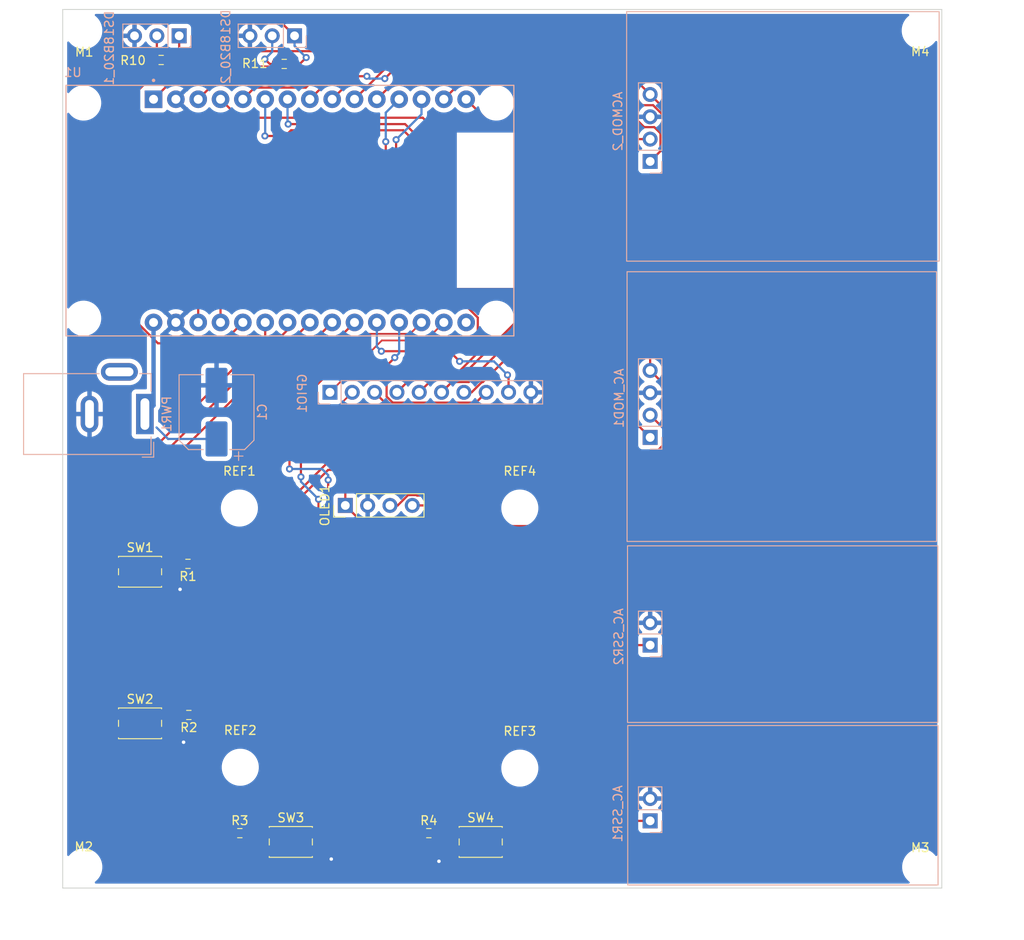
<source format=kicad_pcb>
(kicad_pcb (version 20211014) (generator pcbnew)
  (layers (0 "F.Cu" signal) (31 "B.Cu" signal) (34 "B.Paste" user) (35 "F.Paste" user) (36 "B.SilkS" user "B.Silkscreen") (37 "F.SilkS" user "F.Silkscreen") (38 "B.Mask" user) (39 "F.Mask" user) (44 "Edge.Cuts" user))
  (net 0 "")
  (net 1 "+3V3")
  (net 2 "/switch1")
  (net 3 "/switch2")
  (net 4 "/switch3")
  (net 5 "/switch4")
  (net 6 "/thermPWR1")
  (net 7 "/thermD1")
  (net 8 "GND")
  (net 9 "/SCL")
  (net 10 "/SDA")
  (net 12 "/dimmer1")
  (net 13 "/ZC_INT_1")
  (net 14 "/dimmer0")
  (net 15 "/ZC_INT_0")
  (net 16 "/SSR0")
  (net 17 "/SSR1")
  (net 18 "Net-(PWR1-Pad1)")
  (net 19 "/thermD0")
  (net 20 "/thermPWR0")
  (net 21 "/VP")
  (net 22 "/VN")
  (net 23 "/D2")
  (net 24 "/RX0")
  (net 25 "/TX0")
  (net 26 "/RX2")
  (net 27 "/TX2")
  (net 28 "/D34")
  (net 29 "/D35")
  (footprint "Button_Switch_SMD:SW_SPST_EVQP2" (layer "F.Cu") (at 25.95 94.75)
    (fp_text reference "SW3" (at 0 -2.75) (layer "F.SilkS"))
    (fp_text value "SW_Push")
    (pad "1" smd rect (at -2.58 -1) (size 1.45 0.7) (layers "F.Cu" "F.Paste" "F.Mask") (net 4 "/switch3"))
    (pad "1" smd rect (at 2.58 -1) (size 1.45 0.7) (layers "F.Cu" "F.Paste" "F.Mask") (net 4 "/switch3"))
    (pad "2" smd rect (at 2.58 1) (size 1.45 0.7) (layers "F.Cu" "F.Paste" "F.Mask") (net 8 "GND"))
    (pad "2" smd rect (at -2.58 1) (size 1.45 0.7) (layers "F.Cu" "F.Paste" "F.Mask") (net 8 "GND"))
  )
  (footprint "Button_Switch_SMD:SW_SPST_EVQP2" (layer "F.Cu") (at 8.8 64)
    (fp_text reference "SW1" (at 0 -2.75) (layer "F.SilkS"))
    (fp_text value "SW_Push")
    (pad "1" smd rect (at 2.58 -1) (size 1.45 0.7) (layers "F.Cu" "F.Paste" "F.Mask") (net 2 "/switch1"))
    (pad "1" smd rect (at -2.58 -1) (size 1.45 0.7) (layers "F.Cu" "F.Paste" "F.Mask") (net 2 "/switch1"))
    (pad "2" smd rect (at -2.58 1) (size 1.45 0.7) (layers "F.Cu" "F.Paste" "F.Mask") (net 8 "GND"))
    (pad "2" smd rect (at 2.58 1) (size 1.45 0.7) (layers "F.Cu" "F.Paste" "F.Mask") (net 8 "GND"))
  )
  (footprint "Resistor_SMD:R_0603_1608Metric_Pad0.98x0.95mm_HandSolder" (layer "F.Cu") (at 20.15 93.75)
    (fp_text reference "R3" (at 0 -1.43) (layer "F.SilkS"))
    (fp_text value "10K")
    (pad "1" smd roundrect (at -0.9125 0) (size 0.975 0.95) (layers "F.Cu" "F.Paste" "F.Mask") (net 1 "+3V3"))
    (pad "2" smd roundrect (at 0.9125 0) (size 0.975 0.95) (layers "F.Cu" "F.Paste" "F.Mask") (net 4 "/switch3"))
  )
  (footprint "Resistor_SMD:R_0603_1608Metric_Pad0.98x0.95mm_HandSolder" (layer "F.Cu") (at 25.2 6.2 180)
    (fp_text reference "R11" (at 3.35 0.05) (layer "F.SilkS"))
    (fp_text value "4.7K")
    (pad "1" smd roundrect (at -0.9125 0 180) (size 0.975 0.95) (layers "F.Cu" "F.Paste" "F.Mask") (net 6 "/thermPWR1"))
    (pad "2" smd roundrect (at 0.9125 0 180) (size 0.975 0.95) (layers "F.Cu" "F.Paste" "F.Mask") (net 7 "/thermD1"))
  )
  (footprint "MountingHole:MountingHole_3.2mm_M3" (layer "F.Cu") (at 2.4 97.6)
    (fp_text reference "M2" (at 0 -2.3) (layer "F.SilkS"))
    (fp_text value "MountingHole_3.2mm_M3")
    (pad "" np_thru_hole circle locked (at 0 0) (size 3.2 3.2) (drill 3.2) (layers *.Cu *.Mask))
  )
  (footprint "MountingHole:MountingHole_3.2mm_M3" (layer "F.Cu") (at 97.6 97.6)
    (fp_text reference "M3" (at -0.05 -2.2) (layer "F.SilkS"))
    (fp_text value "MountingHole_3.2mm_M3")
    (pad "" np_thru_hole circle locked (at 0 0) (size 3.2 3.2) (drill 3.2) (layers *.Cu *.Mask))
  )
  (footprint "Resistor_SMD:R_0603_1608Metric_Pad0.98x0.95mm_HandSolder" (layer "F.Cu") (at 11.2 5.75 180)
    (fp_text reference "R10" (at 3.2 -0.05) (layer "F.SilkS"))
    (fp_text value "4.7K")
    (pad "1" smd roundrect (at -0.9125 0 180) (size 0.975 0.95) (layers "F.Cu" "F.Paste" "F.Mask") (net 20 "/thermPWR0"))
    (pad "2" smd roundrect (at 0.9125 0 180) (size 0.975 0.95) (layers "F.Cu" "F.Paste" "F.Mask") (net 19 "/thermD0"))
  )
  (footprint "Button_Switch_SMD:SW_SPST_EVQP2" (layer "F.Cu") (at 47.55 94.75)
    (fp_text reference "SW4" (at 0 -2.75) (layer "F.SilkS"))
    (fp_text value "SW_Push")
    (pad "1" smd rect (at 2.58 -1) (size 1.45 0.7) (layers "F.Cu" "F.Paste" "F.Mask") (net 5 "/switch4"))
    (pad "1" smd rect (at -2.58 -1) (size 1.45 0.7) (layers "F.Cu" "F.Paste" "F.Mask") (net 5 "/switch4"))
    (pad "2" smd rect (at -2.58 1) (size 1.45 0.7) (layers "F.Cu" "F.Paste" "F.Mask") (net 8 "GND"))
    (pad "2" smd rect (at 2.58 1) (size 1.45 0.7) (layers "F.Cu" "F.Paste" "F.Mask") (net 8 "GND"))
  )
  (footprint "MountingHole:MountingHole_3.2mm_M3" (layer "F.Cu") (at 52 86.35)
    (fp_text reference "REF3" (at 0 -4.2) (layer "F.SilkS"))
    (fp_text value "MountingHole_3.2mm_M3")
    (pad "" np_thru_hole circle locked (at 0 0) (size 3.2 3.2) (drill 3.2) (layers *.Cu *.Mask))
  )
  (footprint "MountingHole:MountingHole_3.2mm_M3" (layer "F.Cu") (at 2.4 2.4)
    (fp_text reference "M1" (at 0.05 2.45) (layer "F.SilkS"))
    (fp_text value "MountingHole_3.2mm_M3")
    (pad "" np_thru_hole circle locked (at 0 0) (size 3.2 3.2) (drill 3.2) (layers *.Cu *.Mask))
  )
  (footprint "MountingHole:MountingHole_3.2mm_M3" (layer "F.Cu") (at 20.2 86.25)
    (fp_text reference "REF2" (at 0 -4.2) (layer "F.SilkS"))
    (fp_text value "MountingHole_3.2mm_M3")
    (pad "" np_thru_hole circle locked (at 0 0) (size 3.2 3.2) (drill 3.2) (layers *.Cu *.Mask))
  )
  (footprint "MountingHole:MountingHole_3.2mm_M3" (layer "F.Cu") (at 52 56.75)
    (fp_text reference "REF4" (at 0 -4.2) (layer "F.SilkS"))
    (fp_text value "MountingHole_3.2mm_M3")
    (pad "" np_thru_hole circle locked (at 0 0) (size 3.2 3.2) (drill 3.2) (layers *.Cu *.Mask))
  )
  (footprint "Resistor_SMD:R_0603_1608Metric_Pad0.98x0.95mm_HandSolder" (layer "F.Cu") (at 41.65 93.75)
    (fp_text reference "R4" (at 0 -1.43) (layer "F.SilkS"))
    (fp_text value "10K")
    (pad "1" smd roundrect (at -0.9125 0) (size 0.975 0.95) (layers "F.Cu" "F.Paste" "F.Mask") (net 1 "+3V3"))
    (pad "2" smd roundrect (at 0.9125 0) (size 0.975 0.95) (layers "F.Cu" "F.Paste" "F.Mask") (net 5 "/switch4"))
  )
  (footprint "Button_Switch_SMD:SW_SPST_EVQP2" (layer "F.Cu") (at 8.8 81.25)
    (fp_text reference "SW2" (at 0 -2.75) (layer "F.SilkS"))
    (fp_text value "SW_Push")
    (pad "1" smd rect (at 2.58 -1) (size 1.45 0.7) (layers "F.Cu" "F.Paste" "F.Mask") (net 3 "/switch2"))
    (pad "1" smd rect (at -2.58 -1) (size 1.45 0.7) (layers "F.Cu" "F.Paste" "F.Mask") (net 3 "/switch2"))
    (pad "2" smd rect (at 2.58 1) (size 1.45 0.7) (layers "F.Cu" "F.Paste" "F.Mask") (net 8 "GND"))
    (pad "2" smd rect (at -2.58 1) (size 1.45 0.7) (layers "F.Cu" "F.Paste" "F.Mask") (net 8 "GND"))
  )
  (footprint "Connector_PinHeader_2.54mm:PinHeader_1x04_P2.54mm_Vertical" (layer "F.Cu") (at 32.15 56.45 90)
    (fp_text reference "OLED1" (at 0 -2.33 90) (layer "F.SilkS"))
    (fp_text value "Conn_01x04_Female")
    (pad "1" thru_hole rect (at 0 0 90) (size 1.7 1.7) (drill 1) (layers *.Cu *.Mask) (net 1 "+3V3"))
    (pad "2" thru_hole oval (at 0 2.54 90) (size 1.7 1.7) (drill 1) (layers *.Cu *.Mask) (net 8 "GND"))
    (pad "3" thru_hole oval (at 0 5.08 90) (size 1.7 1.7) (drill 1) (layers *.Cu *.Mask) (net 9 "/SCL"))
    (pad "4" thru_hole oval (at 0 7.62 90) (size 1.7 1.7) (drill 1) (layers *.Cu *.Mask) (net 10 "/SDA"))
  )
  (footprint "MountingHole:MountingHole_3.2mm_M3" (layer "F.Cu") (at 20.1 56.75)
    (fp_text reference "REF1" (at 0 -4.2) (layer "F.SilkS"))
    (fp_text value "MountingHole_3.2mm_M3")
    (pad "" np_thru_hole circle locked (at 0 0) (size 3.2 3.2) (drill 3.2) (layers *.Cu *.Mask))
  )
  (footprint "Resistor_SMD:R_0603_1608Metric_Pad0.98x0.95mm_HandSolder" (layer "F.Cu") (at 14.35 80.3 180)
    (fp_text reference "R2" (at 0 -1.43) (layer "F.SilkS"))
    (fp_text value "10K")
    (pad "1" smd roundrect (at -0.9125 0 180) (size 0.975 0.95) (layers "F.Cu" "F.Paste" "F.Mask") (net 1 "+3V3"))
    (pad "2" smd roundrect (at 0.9125 0 180) (size 0.975 0.95) (layers "F.Cu" "F.Paste" "F.Mask") (net 3 "/switch2"))
  )
  (footprint "Resistor_SMD:R_0603_1608Metric_Pad0.98x0.95mm_HandSolder" (layer "F.Cu") (at 14.25 63.1 180)
    (fp_text reference "R1" (at 0 -1.43) (layer "F.SilkS"))
    (fp_text value "10K")
    (pad "1" smd roundrect (at -0.9125 0 180) (size 0.975 0.95) (layers "F.Cu" "F.Paste" "F.Mask") (net 1 "+3V3"))
    (pad "2" smd roundrect (at 0.9125 0 180) (size 0.975 0.95) (layers "F.Cu" "F.Paste" "F.Mask") (net 2 "/switch1"))
  )
  (footprint "MountingHole:MountingHole_3.2mm_M3" (layer "F.Cu") (at 97.55 2.4)
    (fp_text reference "M4" (at 0 2.4) (layer "F.SilkS"))
    (fp_text value "MountingHole_3.2mm_M3")
    (pad "" np_thru_hole circle locked (at 0 0) (size 3.2 3.2) (drill 3.2) (layers *.Cu *.Mask))
  )
  (footprint "Connector_BarrelJack:BarrelJack_GCT_DCJ200-10-A_Horizontal" (layer "B.Cu") (at 9.35 46.05 90)
    (fp_text reference "PWR1" (at 0 2.5 90) (layer "B.SilkS") (effects (justify mirror)))
    (fp_text value "Barrel_Jack")
    (pad "1" thru_hole rect (at 0 0 90) (size 4.6 2) (drill oval 3.6 1) (layers *.Cu *.Mask) (net 18 "Net-(PWR1-Pad1)"))
    (pad "2" thru_hole oval (at 0 -6.3 90) (size 4.2 2) (drill oval 3.2 1) (layers *.Cu *.Mask) (net 8 "GND"))
    (pad "3" thru_hole oval (at 4.8 -2.9 90) (size 2 4.2) (drill oval 1 3.2) (layers *.Cu *.Mask))
  )
  (footprint "Connector_PinSocket_2.54mm:PinSocket_1x10_P2.54mm_Vertical" (layer "B.Cu") (at 30.4 43.575 -90)
    (fp_text reference "GPIO1" (at 0.125 3.15 90) (layer "B.SilkS") (effects (justify mirror)))
    (fp_text value "Conn_01x10_Female")
    (pad "1" thru_hole rect (at 0 0 270) (size 1.7 1.7) (drill 1) (layers *.Cu *.Mask) (net 21 "/VP"))
    (pad "2" thru_hole oval (at 0 -2.54 270) (size 1.7 1.7) (drill 1) (layers *.Cu *.Mask) (net 22 "/VN"))
    (pad "3" thru_hole oval (at 0 -5.08 270) (size 1.7 1.7) (drill 1) (layers *.Cu *.Mask) (net 23 "/D2"))
    (pad "4" thru_hole oval (at 0 -7.62 270) (size 1.7 1.7) (drill 1) (layers *.Cu *.Mask) (net 24 "/RX0"))
    (pad "5" thru_hole oval (at 0 -10.16 270) (size 1.7 1.7) (drill 1) (layers *.Cu *.Mask) (net 25 "/TX0"))
    (pad "6" thru_hole oval (at 0 -12.7 270) (size 1.7 1.7) (drill 1) (layers *.Cu *.Mask) (net 26 "/RX2"))
    (pad "7" thru_hole oval (at 0 -15.24 270) (size 1.7 1.7) (drill 1) (layers *.Cu *.Mask) (net 27 "/TX2"))
    (pad "8" thru_hole oval (at 0 -17.78 270) (size 1.7 1.7) (drill 1) (layers *.Cu *.Mask) (net 28 "/D34"))
    (pad "9" thru_hole oval (at 0 -20.32 270) (size 1.7 1.7) (drill 1) (layers *.Cu *.Mask) (net 29 "/D35"))
    (pad "10" thru_hole oval (at 0 -22.86 270) (size 1.7 1.7) (drill 1) (layers *.Cu *.Mask) (net 8 "GND"))
  )
  (footprint "Connector_PinSocket_2.54mm:PinSocket_1x04_P2.54mm_Vertical" (layer "B.Cu") (at 66.825 48.71)
    (fp_text reference "AC_MOD1" (at -3.525 -4.46 90) (layer "B.SilkS") (effects (justify mirror)))
    (fp_text value "Conn_01x04_Female")
    (pad "1" thru_hole rect (at 0 0) (size 1.7 1.7) (drill 1) (layers *.Cu *.Mask) (net 14 "/dimmer0"))
    (pad "2" thru_hole oval (at 0 -2.54) (size 1.7 1.7) (drill 1) (layers *.Cu *.Mask) (net 15 "/ZC_INT_0"))
    (pad "3" thru_hole oval (at 0 -5.08) (size 1.7 1.7) (drill 1) (layers *.Cu *.Mask) (net 8 "GND"))
    (pad "4" thru_hole oval (at 0 -7.62) (size 1.7 1.7) (drill 1) (layers *.Cu *.Mask) (net 1 "+3V3"))
  )
  (footprint "Connector_PinHeader_2.54mm:PinHeader_1x03_P2.54mm_Vertical" (layer "B.Cu") (at 26.375 3 90)
    (fp_text reference "DS18B20_2" (at -1.25 -7.825 90) (layer "B.SilkS") (effects (justify mirror)))
    (fp_text value "Conn_01x03_Male")
    (pad "1" thru_hole rect (at 0 0 90) (size 1.7 1.7) (drill 1) (layers *.Cu *.Mask) (net 6 "/thermPWR1"))
    (pad "2" thru_hole oval (at 0 -2.54 90) (size 1.7 1.7) (drill 1) (layers *.Cu *.Mask) (net 7 "/thermD1"))
    (pad "3" thru_hole oval (at 0 -5.08 90) (size 1.7 1.7) (drill 1) (layers *.Cu *.Mask) (net 8 "GND"))
  )
  (footprint "Connector_PinHeader_2.54mm:PinHeader_1x03_P2.54mm_Vertical" (layer "B.Cu") (at 13.25 3 90)
    (fp_text reference "DS18B20_1" (at -1.4 -7.95 90) (layer "B.SilkS") (effects (justify mirror)))
    (fp_text value "Conn_01x03_Male")
    (pad "1" thru_hole rect (at 0 0 90) (size 1.7 1.7) (drill 1) (layers *.Cu *.Mask) (net 20 "/thermPWR0"))
    (pad "2" thru_hole oval (at 0 -2.54 90) (size 1.7 1.7) (drill 1) (layers *.Cu *.Mask) (net 19 "/thermD0"))
    (pad "3" thru_hole oval (at 0 -5.08 90) (size 1.7 1.7) (drill 1) (layers *.Cu *.Mask) (net 8 "GND"))
  )
  (footprint "Connector_PinSocket_2.54mm:PinSocket_1x04_P2.54mm_Vertical" (layer "B.Cu") (at 66.825 17.3)
    (fp_text reference "ACMOD_2" (at -3.675 -4.55 90) (layer "B.SilkS") (effects (justify mirror)))
    (fp_text value "Conn_01x04_Female")
    (pad "1" thru_hole rect (at 0 0) (size 1.7 1.7) (drill 1) (layers *.Cu *.Mask) (net 12 "/dimmer1"))
    (pad "2" thru_hole oval (at 0 -2.54) (size 1.7 1.7) (drill 1) (layers *.Cu *.Mask) (net 13 "/ZC_INT_1"))
    (pad "3" thru_hole oval (at 0 -5.08) (size 1.7 1.7) (drill 1) (layers *.Cu *.Mask) (net 8 "GND"))
    (pad "4" thru_hole oval (at 0 -7.62) (size 1.7 1.7) (drill 1) (layers *.Cu *.Mask) (net 1 "+3V3"))
  )
  (footprint "Connector_PinSocket_2.54mm:PinSocket_1x02_P2.54mm_Vertical" (layer "B.Cu") (at 66.825 92.35)
    (fp_text reference "AC_SSR1" (at -3.675 -0.8 270) (layer "B.SilkS") (effects (justify mirror)))
    (fp_text value "Conn_01x02_Female")
    (pad "1" thru_hole rect (at 0 0) (size 1.7 1.7) (drill 1) (layers *.Cu *.Mask) (net 16 "/SSR0"))
    (pad "2" thru_hole oval (at 0 -2.54) (size 1.7 1.7) (drill 1) (layers *.Cu *.Mask) (net 8 "GND"))
  )
  (footprint "Connector_PinSocket_2.54mm:PinSocket_1x02_P2.54mm_Vertical" (layer "B.Cu") (at 66.825 72.35)
    (fp_text reference "AC_SSR2" (at -3.575 -0.95 270) (layer "B.SilkS") (effects (justify mirror)))
    (fp_text value "Conn_01x02_Female")
    (pad "1" thru_hole rect (at 0 0) (size 1.7 1.7) (drill 1) (layers *.Cu *.Mask) (net 17 "/SSR1"))
    (pad "2" thru_hole oval (at 0 -2.54) (size 1.7 1.7) (drill 1) (layers *.Cu *.Mask) (net 8 "GND"))
  )
  (footprint "KICAD_FOOTPRINTS_LOCAL:MODULE_ESP32_DEVKIT_V1" (layer "B.Cu") (at 25.85 22.9225 -90)
    (fp_text reference "U1" (at -15.75 24.7 180) (layer "B.SilkS") (effects (justify mirror)))
    (fp_text value "ESP32-DEVKIT-V1")
    (pad "" np_thru_hole circle locked (at 12.23 -23.475 270) (size 3 3) (drill 3) (layers *.Cu *.Mask))
    (pad "" np_thru_hole circle locked (at 12.23 23.475 270) (size 3 3) (drill 3) (layers *.Cu *.Mask))
    (pad "" np_thru_hole circle locked (at -12.28 -23.475 270) (size 3 3) (drill 3) (layers *.Cu *.Mask))
    (pad "" np_thru_hole circle locked (at -12.28 23.475 270) (size 3 3) (drill 3) (layers *.Cu *.Mask))
    (pad "1" thru_hole rect locked (at -12.7 15.515 270) (size 2 2) (drill 1.02) (layers *.Cu *.Mask) (net 1 "+3V3"))
    (pad "2" thru_hole circle locked (at -12.7 12.975 270) (size 2 2) (drill 1.02) (layers *.Cu *.Mask) (net 8 "GND"))
    (pad "3" thru_hole circle locked (at -12.7 10.435 270) (size 2 2) (drill 1.02) (layers *.Cu *.Mask) (net 7 "/thermD1"))
    (pad "4" thru_hole circle locked (at -12.7 7.895 270) (size 2 2) (drill 1.02) (layers *.Cu *.Mask) (net 23 "/D2"))
    (pad "5" thru_hole circle locked (at -12.7 5.355 270) (size 2 2) (drill 1.02) (layers *.Cu *.Mask) (net 14 "/dimmer0"))
    (pad "6" thru_hole circle locked (at -12.7 2.815 270) (size 2 2) (drill 1.02) (layers *.Cu *.Mask) (net 26 "/RX2"))
    (pad "7" thru_hole circle locked (at -12.7 0.275 270) (size 2 2) (drill 1.02) (layers *.Cu *.Mask) (net 27 "/TX2"))
    (pad "8" thru_hole circle locked (at -12.7 -2.265 270) (size 2 2) (drill 1.02) (layers *.Cu *.Mask) (net 12 "/dimmer1"))
    (pad "9" thru_hole circle locked (at -12.7 -4.805 270) (size 2 2) (drill 1.02) (layers *.Cu *.Mask) (net 15 "/ZC_INT_0"))
    (pad "10" thru_hole circle locked (at -12.7 -7.345 270) (size 2 2) (drill 1.02) (layers *.Cu *.Mask) (net 13 "/ZC_INT_1"))
    (pad "11" thru_hole circle locked (at -12.7 -9.885 270) (size 2 2) (drill 1.02) (layers *.Cu *.Mask) (net 10 "/SDA"))
    (pad "12" thru_hole circle locked (at -12.7 -12.425 270) (size 2 2) (drill 1.02) (layers *.Cu *.Mask) (net 24 "/RX0"))
    (pad "13" thru_hole circle locked (at -12.7 -14.965 270) (size 2 2) (drill 1.02) (layers *.Cu *.Mask) (net 25 "/TX0"))
    (pad "14" thru_hole circle locked (at -12.7 -17.505 270) (size 2 2) (drill 1.02) (layers *.Cu *.Mask) (net 9 "/SCL"))
    (pad "15" thru_hole circle locked (at -12.7 -20.045 270) (size 2 2) (drill 1.02) (layers *.Cu *.Mask) (net 2 "/switch1"))
    (pad "16" thru_hole circle locked (at 12.7 -20.045 270) (size 2 2) (drill 1.02) (layers *.Cu *.Mask))
    (pad "17" thru_hole circle locked (at 12.7 -17.505 270) (size 2 2) (drill 1.02) (layers *.Cu *.Mask) (net 21 "/VP"))
    (pad "18" thru_hole circle locked (at 12.7 -14.965 270) (size 2 2) (drill 1.02) (layers *.Cu *.Mask) (net 22 "/VN"))
    (pad "19" thru_hole circle locked (at 12.7 -12.425 270) (size 2 2) (drill 1.02) (layers *.Cu *.Mask) (net 28 "/D34"))
    (pad "20" thru_hole circle locked (at 12.7 -9.885 270) (size 2 2) (drill 1.02) (layers *.Cu *.Mask) (net 29 "/D35"))
    (pad "21" thru_hole circle locked (at 12.7 -7.345 270) (size 2 2) (drill 1.02) (layers *.Cu *.Mask) (net 16 "/SSR0"))
    (pad "22" thru_hole circle locked (at 12.7 -4.805 270) (size 2 2) (drill 1.02) (layers *.Cu *.Mask) (net 17 "/SSR1"))
    (pad "23" thru_hole circle locked (at 12.7 -2.265 270) (size 2 2) (drill 1.02) (layers *.Cu *.Mask) (net 3 "/switch2"))
    (pad "24" thru_hole circle locked (at 12.7 0.275 270) (size 2 2) (drill 1.02) (layers *.Cu *.Mask) (net 4 "/switch3"))
    (pad "25" thru_hole circle locked (at 12.7 2.815 270) (size 2 2) (drill 1.02) (layers *.Cu *.Mask) (net 5 "/switch4"))
    (pad "26" thru_hole circle locked (at 12.7 5.355 270) (size 2 2) (drill 1.02) (layers *.Cu *.Mask) (net 6 "/thermPWR1"))
    (pad "27" thru_hole circle locked (at 12.7 7.895 270) (size 2 2) (drill 1.02) (layers *.Cu *.Mask) (net 20 "/thermPWR0"))
    (pad "28" thru_hole circle locked (at 12.7 10.435 270) (size 2 2) (drill 1.02) (layers *.Cu *.Mask) (net 19 "/thermD0"))
    (pad "29" thru_hole circle locked (at 12.7 12.975 270) (size 2 2) (drill 1.02) (layers *.Cu *.Mask) (net 8 "GND"))
    (pad "30" thru_hole circle locked (at 12.7 15.515 270) (size 2 2) (drill 1.02) (layers *.Cu *.Mask) (net 18 "Net-(PWR1-Pad1)"))
    (zone (net 0) (net_name "") (layer "B.Cu") (connect_pads (clearance 0)) (min_thickness 0.01)
      (keepout (tracks not_allowed) (vias not_allowed) (pads not_allowed) (copperpour not_allowed) (footprints allowed))
      (fill (thermal_gap 0.508) (thermal_bridge_width 0.508))
      (polygon (pts (xy 44.835 14.0125) (xy 44.835 31.7025) (xy 51.325 31.7025) (xy 51.325 14.0125)))
    )
  )
  (footprint "Capacitor_SMD:CP_Elec_8x5.4" (layer "B.Cu") (at 17.5 45.8325 90)
    (fp_text reference "C1" (at 0 5.2 90) (layer "B.SilkS") (effects (justify mirror)))
    (fp_text value "C_Polarized")
    (pad "1" smd roundrect (at -3.05 0 90) (size 4 2.5) (layers "B.Cu" "B.Paste" "B.Mask") (roundrect_rratio 0.1) (net 18 "Net-(PWR1-Pad1)"))
    (pad "2" smd roundrect (at 3.05 0 90) (size 4 2.5) (layers "B.Cu" "B.Paste" "B.Mask") (roundrect_rratio 0.1) (net 8 "GND"))
  )
  (gr_rect (start 64.2 29.85) (end 99.4 60.55) (layer "B.SilkS") (width 0.12) (fill none))
  (gr_rect (start 64.25 61.05) (end 99.55 81.15) (layer "B.SilkS") (width 0.12) (fill none))
  (gr_rect (start 64.15 0.25) (end 99.7 28.65) (layer "B.SilkS") (width 0.12) (fill none))
  (gr_rect (start 64.275 81.5) (end 99.575 99.65) (layer "B.SilkS") (width 0.12) (fill none))
  (gr_line (start 0 0) (end 100 0) (layer "Edge.Cuts") (width 0.1))
  (gr_line (start 0 100) (end 100 100) (layer "Edge.Cuts") (width 0.1))
  (gr_line (start 0 0) (end 0 100) (layer "Edge.Cuts") (width 0.1))
  (gr_line (start 100 0) (end 100 100) (layer "Edge.Cuts") (width 0.1))
  (segment (start 32.15 53.2) (end 32.15 56.45) (width 0.25) (layer "F.Cu") (net 1))
  (segment (start 15.8075 4.75) (end 28.75 4.75) (width 0.25) (layer "F.Cu") (net 1))
  (segment (start 31.05 2.45) (end 59.595 2.45) (width 0.25) (layer "F.Cu") (net 1))
  (segment (start 66.825 41.09) (end 66.825 33.425) (width 0.25) (layer "F.Cu") (net 1))
  (segment (start 31.3 92) (end 20.9875 92) (width 0.25) (layer "F.Cu") (net 1))
  (segment (start 32.15 56.45) (end 34.5 58.8) (width 0.25) (layer "F.Cu") (net 1))
  (segment (start 66.825 33.425) (end 71.55 28.7) (width 0.25) (layer "F.Cu") (net 1))
  (segment (start 20.9875 92) (end 19.2375 93.75) (width 0.25) (layer "F.Cu") (net 1))
  (segment (start 60.25 58.8) (end 69.6 49.45) (width 0.25) (layer "F.Cu") (net 1))
  (segment (start 16.35 90.8625) (end 16.35 81.3875) (width 0.25) (layer "F.Cu") (net 1))
  (segment (start 71.55 14.405) (end 66.825 9.68) (width 0.25) (layer "F.Cu") (net 1))
  (segment (start 15.2625 63.2) (end 15.1625 63.1) (width 0.25) (layer "F.Cu") (net 1))
  (segment (start 19.5 63.1) (end 30.2 52.4) (width 0.25) (layer "F.Cu") (net 1))
  (segment (start 69.6 43.865) (end 66.825 41.09) (width 0.25) (layer "F.Cu") (net 1))
  (segment (start 59.595 2.45) (end 66.825 9.68) (width 0.25) (layer "F.Cu") (net 1))
  (segment (start 30.2 52.4) (end 31.35 52.4) (width 0.25) (layer "F.Cu") (net 1))
  (segment (start 31.35 52.4) (end 32.15 53.2) (width 0.25) (layer "F.Cu") (net 1))
  (segment (start 33.05 93.75) (end 31.3 92) (width 0.25) (layer "F.Cu") (net 1))
  (segment (start 40.7375 93.75) (end 33.05 93.75) (width 0.25) (layer "F.Cu") (net 1))
  (segment (start 71.55 28.7) (end 71.55 14.405) (width 0.25) (layer "F.Cu") (net 1))
  (segment (start 28.75 4.75) (end 31.05 2.45) (width 0.25) (layer "F.Cu") (net 1))
  (segment (start 15.2625 80.3) (end 15.2625 63.2) (width 0.25) (layer "F.Cu") (net 1))
  (segment (start 10.335 10.2225) (end 15.8075 4.75) (width 0.25) (layer "F.Cu") (net 1))
  (segment (start 34.5 58.8) (end 60.25 58.8) (width 0.25) (layer "F.Cu") (net 1))
  (segment (start 69.6 49.45) (end 69.6 43.865) (width 0.25) (layer "F.Cu") (net 1))
  (segment (start 16.35 81.3875) (end 15.2625 80.3) (width 0.25) (layer "F.Cu") (net 1))
  (segment (start 19.2375 93.75) (end 16.35 90.8625) (width 0.25) (layer "F.Cu") (net 1))
  (segment (start 15.1625 63.1) (end 19.5 63.1) (width 0.25) (layer "F.Cu") (net 1))
  (segment (start 13.2375 63) (end 13.3375 63.1) (width 0.25) (layer "F.Cu") (net 2))
  (segment (start 53.336194 12.90049) (end 56.49951 16.063806) (width 0.25) (layer "F.Cu") (net 2))
  (segment (start 45.895 10.2225) (end 48.57299 12.90049) (width 0.25) (layer "F.Cu") (net 2))
  (segment (start 19.39952 62.30048) (end 14.13702 62.30048) (width 0.25) (layer "F.Cu") (net 2))
  (segment (start 56.49951 46.60049) (end 35.09951 46.60049) (width 0.25) (layer "F.Cu") (net 2))
  (segment (start 48.57299 12.90049) (end 53.336194 12.90049) (width 0.25) (layer "F.Cu") (net 2))
  (segment (start 11.38 63) (end 13.2375 63) (width 0.25) (layer "F.Cu") (net 2))
  (segment (start 56.49951 16.063806) (end 56.49951 46.60049) (width 0.25) (layer "F.Cu") (net 2))
  (segment (start 14.13702 62.30048) (end 13.3375 63.1) (width 0.25) (layer "F.Cu") (net 2))
  (segment (start 35.09951 46.60049) (end 19.39952 62.30048) (width 0.25) (layer "F.Cu") (net 2))
  (segment (start 6.22 63) (end 11.38 63) (width 0.25) (layer "F.Cu") (net 2))
  (segment (start 13.4375 80.3) (end 13.4375 76.0375) (width 0.25) (layer "F.Cu") (net 3))
  (segment (start 13.4375 76.0375) (end 4.4 67) (width 0.25) (layer "F.Cu") (net 3))
  (segment (start 4.4 67) (end 4.4 59.3375) (width 0.25) (layer "F.Cu") (net 3))
  (segment (start 4.4 59.3375) (end 28.115 35.6225) (width 0.25) (layer "F.Cu") (net 3))
  (segment (start 6.22 80.25) (end 13.3875 80.25) (width 0.25) (layer "F.Cu") (net 3))
  (segment (start 13.3875 80.25) (end 13.4375 80.3) (width 0.25) (layer "F.Cu") (net 3))
  (segment (start 21.0625 93.75) (end 20.6 93.75) (width 0.25) (layer "F.Cu") (net 4))
  (segment (start 20.6 93.75) (end 20.6 94.704022) (width 0.25) (layer "F.Cu") (net 4))
  (segment (start 2.9 59.15) (end 25.575 36.475) (width 0.25) (layer "F.Cu") (net 4))
  (segment (start 23.37 93.75) (end 21.0625 93.75) (width 0.25) (layer "F.Cu") (net 4))
  (segment (start 28.53 93.75) (end 23.37 93.75) (width 0.25) (layer "F.Cu") (net 4))
  (segment (start 2.9 81.195978) (end 2.9 59.15) (width 0.25) (layer "F.Cu") (net 4))
  (segment (start 18.504022 96.8) (end 2.9 81.195978) (width 0.25) (layer "F.Cu") (net 4))
  (segment (start 25.575 36.475) (end 25.575 35.6225) (width 0.25) (layer "F.Cu") (net 4))
  (segment (start 20.6 94.704022) (end 18.504022 96.8) (width 0.25) (layer "F.Cu") (net 4))
  (segment (start 23.035 35.6225) (end 23.035 37.265) (width 0.25) (layer "F.Cu") (net 5))
  (segment (start 1.45 82.45) (end 17.35 98.35) (width 0.25) (layer "F.Cu") (net 5))
  (segment (start 44.97 93.75) (end 50.13 93.75) (width 0.25) (layer "F.Cu") (net 5))
  (segment (start 17.35 98.35) (end 37.9625 98.35) (width 0.25) (layer "F.Cu") (net 5))
  (segment (start 42.5625 93.75) (end 44.97 93.75) (width 0.25) (layer "F.Cu") (net 5))
  (segment (start 1.45 58.85) (end 1.45 82.45) (width 0.25) (layer "F.Cu") (net 5))
  (segment (start 37.9625 98.35) (end 42.5625 93.75) (width 0.25) (layer "F.Cu") (net 5))
  (segment (start 23.035 37.265) (end 1.45 58.85) (width 0.25) (layer "F.Cu") (net 5))
  (segment (start 26.9745 6.2) (end 27.7 5.4745) (width 0.25) (layer "F.Cu") (net 6))
  (segment (start 7.35 1.15) (end 5.35 3.15) (width 0.25) (layer "F.Cu") (net 6))
  (segment (start 26.1125 6.2) (end 26.9745 6.2) (width 0.25) (layer "F.Cu") (net 6))
  (segment (start 26.375 3) (end 24.525 1.15) (width 0.25) (layer "F.Cu") (net 6))
  (segment (start 24.525 1.15) (end 7.35 1.15) (width 0.25) (layer "F.Cu") (net 6))
  (segment (start 5.35 32.510643) (end 10.839357 38) (width 0.25) (layer "F.Cu") (net 6))
  (segment (start 10.839357 38) (end 18.1175 38) (width 0.25) (layer "F.Cu") (net 6))
  (segment (start 18.1175 38) (end 20.495 35.6225) (width 0.25) (layer "F.Cu") (net 6))
  (segment (start 5.35 3.15) (end 5.35 32.510643) (width 0.25) (layer "F.Cu") (net 6))
  (via (at 27.7 5.4745) (size 0.8) (drill 0.4) (layers "F.Cu" "B.Cu") (net 6))
  (segment (start 26.375 3) (end 26.375 4.1495) (width 0.25) (layer "B.Cu") (net 6))
  (segment (start 26.375 4.1495) (end 27.7 5.4745) (width 0.25) (layer "B.Cu") (net 6))
  (segment (start 19.1375 6.5) (end 23.9875 6.5) (width 0.25) (layer "F.Cu") (net 7))
  (segment (start 23.55 6.2) (end 23 5.65) (width 0.25) (layer "F.Cu") (net 7))
  (segment (start 23.9875 6.5) (end 24.2875 6.2) (width 0.25) (layer "F.Cu") (net 7))
  (segment (start 24.2875 6.2) (end 23.55 6.2) (width 0.25) (layer "F.Cu") (net 7))
  (segment (start 15.415 10.2225) (end 19.1375 6.5) (width 0.25) (layer "F.Cu") (net 7))
  (via (at 23 5.65) (size 0.8) (drill 0.4) (layers "F.Cu" "B.Cu") (net 7))
  (segment (start 23 5.65) (end 23.835 4.815) (width 0.25) (layer "B.Cu") (net 7))
  (segment (start 23.835 4.815) (end 23.835 3) (width 0.25) (layer "B.Cu") (net 7))
  (segment (start 6.22 65) (end 11.38 65) (width 0.25) (layer "F.Cu") (net 8))
  (segment (start 43.77 96.95) (end 42.8 96.95) (width 0.25) (layer "F.Cu") (net 8))
  (segment (start 44.97 95.75) (end 43.77 96.95) (width 0.25) (layer "F.Cu") (net 8))
  (segment (start 28.53 95.75) (end 29.55 95.75) (width 0.25) (layer "F.Cu") (net 8))
  (segment (start 29.55 95.75) (end 29.6 95.75) (width 0.25) (layer "F.Cu") (net 8))
  (segment (start 12.35 65) (end 13.35 66) (width 0.25) (layer "F.Cu") (net 8))
  (segment (start 23.37 95.75) (end 28.53 95.75) (width 0.25) (layer "F.Cu") (net 8))
  (segment (start 12.6 82.25) (end 13.75 83.4) (width 0.25) (layer "F.Cu") (net 8))
  (segment (start 50.13 95.75) (end 44.97 95.75) (width 0.25) (layer "F.Cu") (net 8))
  (segment (start 11.38 82.25) (end 12.6 82.25) (width 0.25) (layer "F.Cu") (net 8))
  (segment (start 29.6 95.75) (end 30.55 96.7) (width 0.25) (layer "F.Cu") (net 8))
  (segment (start 11.38 65) (end 12.35 65) (width 0.25) (layer "F.Cu") (net 8))
  (segment (start 6.22 82.25) (end 11.38 82.25) (width 0.25) (layer "F.Cu") (net 8))
  (via (at 42.8 96.95) (size 0.8) (drill 0.4) (layers "F.Cu" "B.Cu") (net 8))
  (via (at 13.35 66) (size 0.8) (drill 0.4) (layers "F.Cu" "B.Cu") (net 8))
  (via (at 30.55 96.7) (size 0.8) (drill 0.4) (layers "F.Cu" "B.Cu") (net 8))
  (via (at 13.75 83.4) (size 0.8) (drill 0.4) (layers "F.Cu" "B.Cu") (net 8))
  (segment (start 48.825988 55.324012) (end 58.05 46.1) (width 0.25) (layer "F.Cu") (net 9))
  (segment (start 40.256499 55.275489) (end 40.305022 55.324012) (width 0.25) (layer "F.Cu") (net 9))
  (segment (start 58.05 15.25) (end 49.55 6.75) (width 0.25) (layer "F.Cu") (net 9))
  (segment (start 37.23 56.45) (end 38.10899 56.45) (width 0.25) (layer "F.Cu") (net 9))
  (segment (start 40.305022 55.324012) (end 48.825988 55.324012) (width 0.25) (layer "F.Cu") (net 9))
  (segment (start 49.55 6.75) (end 46.8275 6.75) (width 0.25) (layer "F.Cu") (net 9))
  (segment (start 46.8275 6.75) (end 43.355 10.2225) (width 0.25) (layer "F.Cu") (net 9))
  (segment (start 58.05 46.1) (end 58.05 15.25) (width 0.25) (layer "F.Cu") (net 9))
  (segment (start 38.10899 56.45) (end 39.283501 55.275489) (width 0.25) (layer "F.Cu") (net 9))
  (segment (start 39.283501 55.275489) (end 40.256499 55.275489) (width 0.25) (layer "F.Cu") (net 9))
  (segment (start 59.65 13.85) (end 52.10049 6.30049) (width 0.25) (layer "F.Cu") (net 10))
  (segment (start 48.85 56.45) (end 59.65 45.65) (width 0.25) (layer "F.Cu") (net 10))
  (segment (start 39.65701 6.30049) (end 35.735 10.2225) (width 0.25) (layer "F.Cu") (net 10))
  (segment (start 52.10049 6.30049) (end 39.65701 6.30049) (width 0.25) (layer "F.Cu") (net 10))
  (segment (start 59.65 45.65) (end 59.65 13.85) (width 0.25) (layer "F.Cu") (net 10))
  (segment (start 39.77 56.45) (end 48.85 56.45) (width 0.25) (layer "F.Cu") (net 10))
  (segment (start 66.825 17.3) (end 67.999511 16.125489) (width 0.25) (layer "F.Cu") (net 12))
  (segment (start 67.999511 16.125489) (end 67.999511 14.099511) (width 0.25) (layer "F.Cu") (net 12))
  (segment (start 34.0375 4.3) (end 28.115 10.2225) (width 0.25) (layer "F.Cu") (net 12))
  (segment (start 66.144511 13.394511) (end 57.05 4.3) (width 0.25) (layer "F.Cu") (net 12))
  (segment (start 57.05 4.3) (end 34.0375 4.3) (width 0.25) (layer "F.Cu") (net 12))
  (segment (start 67.294511 13.394511) (end 66.144511 13.394511) (width 0.25) (layer "F.Cu") (net 12))
  (segment (start 67.999511 14.099511) (end 67.294511 13.394511) (width 0.25) (layer "F.Cu") (net 12))
  (segment (start 66.825 14.76) (end 65.21 14.76) (width 0.25) (layer "F.Cu") (net 13))
  (segment (start 38.4675 4.95) (end 33.195 10.2225) (width 0.25) (layer "F.Cu") (net 13))
  (segment (start 65.21 14.76) (end 55.4 4.95) (width 0.25) (layer "F.Cu") (net 13))
  (segment (start 55.4 4.95) (end 38.4675 4.95) (width 0.25) (layer "F.Cu") (net 13))
  (segment (start 33.15 3.4) (end 27.652011 8.897989) (width 0.25) (layer "F.Cu") (net 14))
  (segment (start 58.45 3.4) (end 33.15 3.4) (width 0.25) (layer "F.Cu") (net 14))
  (segment (start 63 44.885) (end 63 35.514282) (width 0.25) (layer "F.Cu") (net 14))
  (segment (start 63 35.514282) (end 69.55048 28.963802) (width 0.25) (layer "F.Cu") (net 14))
  (segment (start 21.819511 8.897989) (end 20.495 10.2225) (width 0.25) (layer "F.Cu") (net 14))
  (segment (start 66.825 48.71) (end 63 44.885) (width 0.25) (layer "F.Cu") (net 14))
  (segment (start 69.55048 28.963802) (end 69.55048 13.28447) (width 0.25) (layer "F.Cu") (net 14))
  (segment (start 27.652011 8.897989) (end 21.819511 8.897989) (width 0.25) (layer "F.Cu") (net 14))
  (segment (start 65.95 10.9) (end 58.45 3.4) (width 0.25) (layer "F.Cu") (net 14))
  (segment (start 69.55048 13.28447) (end 67.16601 10.9) (width 0.25) (layer "F.Cu") (net 14))
  (segment (start 67.16601 10.9) (end 65.95 10.9) (width 0.25) (layer "F.Cu") (net 14))
  (segment (start 68.8 48.145) (end 68.8 49.084022) (width 0.25) (layer "F.Cu") (net 15))
  (segment (start 67.084022 50.8) (end 64.844296 50.8) (width 0.25) (layer "F.Cu") (net 15))
  (segment (start 68.8 49.084022) (end 67.084022 50.8) (width 0.25) (layer "F.Cu") (net 15))
  (segment (start 38.962272 5.55) (end 36.641416 7.870856) (width 0.25) (layer "F.Cu") (net 15))
  (segment (start 33.2775 7.6) (end 34.6 7.6) (width 0.25) (layer "F.Cu") (net 15))
  (segment (start 30.655 10.2225) (end 33.2775 7.6) (width 0.25) (layer "F.Cu") (net 15))
  (segment (start 61.95 47.905704) (end 61.95 14) (width 0.25) (layer "F.Cu") (net 15))
  (segment (start 64.844296 50.8) (end 61.95 47.905704) (width 0.25) (layer "F.Cu") (net 15))
  (segment (start 66.825 46.17) (end 68.8 48.145) (width 0.25) (layer "F.Cu") (net 15))
  (segment (start 61.95 14) (end 53.5 5.55) (width 0.25) (layer "F.Cu") (net 15))
  (segment (start 53.5 5.55) (end 38.962272 5.55) (width 0.25) (layer "F.Cu") (net 15))
  (via (at 36.641416 7.870856) (size 0.8) (drill 0.4) (layers "F.Cu" "B.Cu") (net 15))
  (via (at 34.6 7.6) (size 0.8) (drill 0.4) (layers "F.Cu" "B.Cu") (net 15))
  (segment (start 34.6 7.6) (end 34.870856 7.870856) (width 0.25) (layer "B.Cu") (net 15))
  (segment (start 34.870856 7.870856) (end 36.641416 7.870856) (width 0.25) (layer "B.Cu") (net 15))
  (segment (start 66.825 92.35) (end 52.7 92.35) (width 0.25) (layer "F.Cu") (net 16))
  (segment (start 52.7 92.35) (end 29.1 68.75) (width 0.25) (layer "F.Cu") (net 16))
  (segment (start 27.1 41.7175) (end 27.1 53.2) (width 0.25) (layer "F.Cu") (net 16))
  (segment (start 33.195 35.6225) (end 27.1 41.7175) (width 0.25) (layer "F.Cu") (net 16))
  (segment (start 29.1 68.75) (end 29.1 55.75) (width 0.25) (layer "F.Cu") (net 16))
  (via (at 27.1 53.2) (size 0.8) (drill 0.4) (layers "F.Cu" "B.Cu") (net 16))
  (via (at 29.1 55.75) (size 0.8) (drill 0.4) (layers "F.Cu" "B.Cu") (net 16))
  (segment (start 27.1 53.75) (end 27.1 53.2) (width 0.25) (layer "B.Cu") (net 16))
  (segment (start 29.1 55.75) (end 27.1 53.75) (width 0.25) (layer "B.Cu") (net 16))
  (segment (start 30.2 58.5755) (end 30.2 53.55) (width 0.25) (layer "F.Cu") (net 17))
  (segment (start 25.8 40.4775) (end 25.8 52.3) (width 0.25) (layer "F.Cu") (net 17))
  (segment (start 30.655 35.6225) (end 25.8 40.4775) (width 0.25) (layer "F.Cu") (net 17))
  (segment (start 43.9745 72.35) (end 30.2 58.5755) (width 0.25) (layer "F.Cu") (net 17))
  (segment (start 66.825 72.35) (end 43.9745 72.35) (width 0.25) (layer "F.Cu") (net 17))
  (via (at 25.8 52.3) (size 0.8) (drill 0.4) (layers "F.Cu" "B.Cu") (net 17))
  (via (at 30.2 53.55) (size 0.8) (drill 0.4) (layers "F.Cu" "B.Cu") (net 17))
  (segment (start 30.2 53) (end 29.5 52.3) (width 0.25) (layer "B.Cu") (net 17))
  (segment (start 29.5 52.3) (end 25.8 52.3) (width 0.25) (layer "B.Cu") (net 17))
  (segment (start 30.2 53.55) (end 30.2 53) (width 0.25) (layer "B.Cu") (net 17))
  (segment (start 17.5 48.8825) (end 11.9825 48.8825) (width 0.25) (layer "B.Cu") (net 18))
  (segment (start 10.335 45.065) (end 9.35 46.05) (width 0.5) (layer "B.Cu") (net 18))
  (segment (start 11.9825 48.8825) (end 10.674511 47.574511) (width 0.25) (layer "B.Cu") (net 18))
  (segment (start 10.335 35.6225) (end 10.335 45.065) (width 0.5) (layer "B.Cu") (net 18))
  (segment (start 6.95 21.25) (end 6.95 9) (width 0.25) (layer "F.Cu") (net 19))
  (segment (start 10.71 5.3275) (end 10.2875 5.75) (width 0.25) (layer "F.Cu") (net 19))
  (segment (start 10.2 5.75) (end 10.2875 5.75) (width 0.25) (layer "F.Cu") (net 19))
  (segment (start 15.415 35.6225) (end 15.415 29.715) (width 0.25) (layer "F.Cu") (net 19))
  (segment (start 10.71 3) (end 10.71 5.3275) (width 0.25) (layer "F.Cu") (net 19))
  (segment (start 6.95 9) (end 10.2 5.75) (width 0.25) (layer "F.Cu") (net 19))
  (segment (start 15.415 29.715) (end 6.95 21.25) (width 0.25) (layer "F.Cu") (net 19))
  (segment (start 17.955 24.655) (end 7.55 14.25) (width 0.25) (layer "F.Cu") (net 20))
  (segment (start 13.25 4.6125) (end 13.25 3) (width 0.25) (layer "F.Cu") (net 20))
  (segment (start 7.55 14.25) (end 7.55 10.25) (width 0.25) (layer "F.Cu") (net 20))
  (segment (start 12.05 5.75) (end 12.1125 5.75) (width 0.25) (layer "F.Cu") (net 20))
  (segment (start 17.955 35.6225) (end 17.955 24.655) (width 0.25) (layer "F.Cu") (net 20))
  (segment (start 7.55 10.25) (end 12.05 5.75) (width 0.25) (layer "F.Cu") (net 20))
  (segment (start 12.1125 5.75) (end 13.25 4.6125) (width 0.25) (layer "F.Cu") (net 20))
  (segment (start 41.302011 37.675489) (end 43.355 35.6225) (width 0.2) (layer "F.Cu") (net 21))
  (segment (start 36.299511 37.675489) (end 41.302011 37.675489) (width 0.2) (layer "F.Cu") (net 21))
  (segment (start 30.4 43.575) (end 36.299511 37.675489) (width 0.2) (layer "F.Cu") (net 21))
  (segment (start 28.75 42.925978) (end 34.753967 36.922011) (width 0.2) (layer "F.Cu") (net 22))
  (segment (start 39.515489 36.922011) (end 40.815 35.6225) (width 0.2) (layer "F.Cu") (net 22))
  (segment (start 31.365 45.15) (end 28.75 45.15) (width 0.2) (layer "F.Cu") (net 22))
  (segment (start 34.753967 36.922011) (end 39.515489 36.922011) (width 0.2) (layer "F.Cu") (net 22))
  (segment (start 28.75 45.15) (end 28.75 42.925978) (width 0.2) (layer "F.Cu") (net 22))
  (segment (start 32.94 43.575) (end 31.365 45.15) (width 0.2) (layer "F.Cu") (net 22))
  (segment (start 55 15.2) (end 53.150489 13.350489) (width 0.25) (layer "F.Cu") (net 23))
  (segment (start 53.150489 13.350489) (end 41.986193 13.350489) (width 0.25) (layer "F.Cu") (net 23))
  (segment (start 40.961203 12.325499) (end 20.057999 12.325499) (width 0.25) (layer "F.Cu") (net 23))
  (segment (start 37.455 45.55) (end 54.25 45.55) (width 0.25) (layer "F.Cu") (net 23))
  (segment (start 55 44.8) (end 55 15.2) (width 0.25) (layer "F.Cu") (net 23))
  (segment (start 20.057999 12.325499) (end 17.955 10.2225) (width 0.25) (layer "F.Cu") (net 23))
  (segment (start 35.48 43.575) (end 37.455 45.55) (width 0.25) (layer "F.Cu") (net 23))
  (segment (start 41.986193 13.350489) (end 40.961203 12.325499) (width 0.25) (layer "F.Cu") (net 23))
  (segment (start 54.25 45.55) (end 55 44.8) (width 0.25) (layer "F.Cu") (net 23))
  (segment (start 40.463316 33.44902) (end 36.75 29.735704) (width 0.25) (layer "F.Cu") (net 24))
  (segment (start 38.02 43.575) (end 40.093551 41.501449) (width 0.25) (layer "F.Cu") (net 24))
  (segment (start 44.798551 41.501449) (end 47.219511 39.080489) (width 0.25) (layer "F.Cu") (net 24))
  (segment (start 40.093551 41.501449) (end 44.798551 41.501449) (width 0.25) (layer "F.Cu") (net 24))
  (segment (start 45.594663 33.44902) (end 40.463316 33.44902) (width 0.25) (layer "F.Cu") (net 24))
  (segment (start 36.75 29.735704) (end 36.75 15.05) (width 0.25) (layer "F.Cu") (net 24))
  (segment (start 47.219511 35.073868) (end 45.594663 33.44902) (width 0.25) (layer "F.Cu") (net 24))
  (segment (start 47.219511 39.080489) (end 47.219511 35.073868) (width 0.25) (layer "F.Cu") (net 24))
  (via (at 36.75 15.05) (size 0.8) (drill 0.4) (layers "F.Cu" "B.Cu") (net 24))
  (segment (start 36.75 11.7475) (end 38.275 10.2225) (width 0.25) (layer "B.Cu") (net 24))
  (segment (start 36.75 15.05) (end 36.75 11.7475) (width 0.25) (layer "B.Cu") (net 24))
  (segment (start 41.999022 32.799022) (end 37.925989 28.725989) (width 0.25) (layer "F.Cu") (net 25))
  (segment (start 42.184031 41.950969) (end 45.17749 41.950969) (width 0.25) (layer "F.Cu") (net 25))
  (segment (start 45.17749 41.950969) (end 51.5 35.628459) (width 0.25) (layer "F.Cu") (net 25))
  (segment (start 40.56 43.575) (end 42.184031 41.950969) (width 0.25) (layer "F.Cu") (net 25))
  (segment (start 50.249022 32.799022) (end 41.999022 32.799022) (width 0.25) (layer "F.Cu") (net 25))
  (segment (start 51.5 34.05) (end 50.249022 32.799022) (width 0.25) (layer "F.Cu") (net 25))
  (segment (start 37.925989 28.725989) (end 37.925989 14.8245) (width 0.25) (layer "F.Cu") (net 25))
  (segment (start 51.5 35.628459) (end 51.5 34.05) (width 0.25) (layer "F.Cu") (net 25))
  (via (at 37.925989 14.8245) (size 0.8) (drill 0.4) (layers "F.Cu" "B.Cu") (net 25))
  (segment (start 40.815 11.935489) (end 37.925989 14.8245) (width 0.25) (layer "B.Cu") (net 25))
  (segment (start 40.815 10.2225) (end 40.815 11.935489) (width 0.25) (layer "B.Cu") (net 25))
  (segment (start 43.1 43.575) (end 44.274511 42.400489) (width 0.25) (layer "F.Cu") (net 26))
  (segment (start 39.85 28) (end 39.85 14.85) (width 0.25) (layer "F.Cu") (net 26))
  (segment (start 38.75 13.75) (end 25.9746 13.75) (width 0.25) (layer "F.Cu") (net 26))
  (segment (start 52.25 36.35) (end 52.25 33.8) (width 0.25) (layer "F.Cu") (net 26))
  (segment (start 25.3246 14.4) (end 23 14.4) (width 0.25) (layer "F.Cu") (net 26))
  (segment (start 44.274511 42.400489) (end 46.199511 42.400489) (width 0.25) (layer "F.Cu") (net 26))
  (segment (start 52.25 33.8) (end 50.727031 32.277031) (width 0.25) (layer "F.Cu") (net 26))
  (segment (start 25.9746 13.75) (end 25.3246 14.4) (width 0.25) (layer "F.Cu") (net 26))
  (segment (start 44.127031 32.277031) (end 39.85 28) (width 0.25) (layer "F.Cu") (net 26))
  (segment (start 46.199511 42.400489) (end 52.25 36.35) (width 0.25) (layer "F.Cu") (net 26))
  (segment (start 39.85 14.85) (end 38.75 13.75) (width 0.25) (layer "F.Cu") (net 26))
  (segment (start 50.727031 32.277031) (end 44.127031 32.277031) (width 0.25) (layer "F.Cu") (net 26))
  (via (at 23 14.4) (size 0.8) (drill 0.4) (layers "F.Cu" "B.Cu") (net 26))
  (segment (start 23.035 14.365) (end 23.035 10.2225) (width 0.25) (layer "B.Cu") (net 26))
  (segment (start 23 14.4) (end 23.035 14.365) (width 0.25) (layer "B.Cu") (net 26))
  (segment (start 52.95 37.25) (end 52.95 33.2) (width 0.25) (layer "F.Cu") (net 27))
  (segment (start 47.799511 42.400489) (end 52.95 37.25) (width 0.25) (layer "F.Cu") (net 27))
  (segment (start 42.3 16.4) (end 38.95 13.05) (width 0.25) (layer "F.Cu") (net 27))
  (segment (start 47.693501 42.400489) (end 47.799511 42.400489) (width 0.25) (layer "F.Cu") (net 27))
  (segment (start 38.95 13.05) (end 25.65 13.05) (width 0.25) (layer "F.Cu") (net 27))
  (segment (start 42.3 29.344304) (end 42.3 16.4) (width 0.25) (layer "F.Cu") (net 27))
  (segment (start 51.57752 31.82752) (end 44.783216 31.82752) (width 0.25) (layer "F.Cu") (net 27))
  (segment (start 46.51899 43.575) (end 47.693501 42.400489) (width 0.25) (layer "F.Cu") (net 27))
  (segment (start 45.64 43.575) (end 46.51899 43.575) (width 0.25) (layer "F.Cu") (net 27))
  (segment (start 52.95 33.2) (end 51.57752 31.82752) (width 0.25) (layer "F.Cu") (net 27))
  (segment (start 44.783216 31.82752) (end 42.3 29.344304) (width 0.25) (layer "F.Cu") (net 27))
  (via (at 25.65 13.05) (size 0.8) (drill 0.4) (layers "F.Cu" "B.Cu") (net 27))
  (segment (start 25.65 13.05) (end 25.575 12.975) (width 0.25) (layer "B.Cu") (net 27))
  (segment (start 25.575 12.975) (end 25.575 10.2225) (width 0.25) (layer "B.Cu") (net 27))
  (segment (start 36.845489 40.55305) (end 37.774039 39.6245) (width 0.25) (layer "F.Cu") (net 28))
  (segment (start 48.18 43.575) (end 47.005489 44.749511) (width 0.25) (layer "F.Cu") (net 28))
  (segment (start 37.533501 44.749511) (end 36.845489 44.061499) (width 0.25) (layer "F.Cu") (net 28))
  (segment (start 47.005489 44.749511) (end 37.533501 44.749511) (width 0.25) (layer "F.Cu") (net 28))
  (segment (start 36.845489 44.061499) (end 36.845489 40.55305) (width 0.25) (layer "F.Cu") (net 28))
  (via (at 37.774039 39.6245) (size 0.8) (drill 0.4) (layers "F.Cu" "B.Cu") (net 28))
  (segment (start 38.275 35.6225) (end 38.275 39.123539) (width 0.25) (layer "B.Cu") (net 28))
  (segment (start 38.275 39.123539) (end 37.774039 39.6245) (width 0.25) (layer "B.Cu") (net 28))
  (segment (start 36.25 38.9) (end 44 38.9) (width 0.25) (layer "F.Cu") (net 29))
  (segment (start 44 38.9) (end 45.15 40.05) (width 0.25) (layer "F.Cu") (net 29))
  (segment (start 50.72 41.72) (end 50.6 41.6) (width 0.25) (layer "F.Cu") (net 29))
  (segment (start 50.72 43.575) (end 50.72 41.72) (width 0.25) (layer "F.Cu") (net 29))
  (via (at 45.15 40.05) (size 0.8) (drill 0.4) (layers "F.Cu" "B.Cu") (net 29))
  (via (at 36.25 38.9) (size 0.8) (drill 0.4) (layers "F.Cu" "B.Cu") (net 29))
  (via (at 50.6 41.6) (size 0.8) (drill 0.4) (layers "F.Cu" "B.Cu") (net 29))
  (segment (start 36.25 38.9) (end 35.735 38.385) (width 0.25) (layer "B.Cu") (net 29))
  (segment (start 50.6 41.6) (end 49.05 40.05) (width 0.25) (layer "B.Cu") (net 29))
  (segment (start 35.735 38.385) (end 35.735 35.6225) (width 0.25) (layer "B.Cu") (net 29))
  (segment (start 49.05 40.05) (end 45.15 40.05) (width 0.25) (layer "B.Cu") (net 29))
  (zone (net 8) (net_name "GND") (layer "B.Cu") (connect_pads (clearance 0.508)) (min_thickness 0.254) (fill yes (thermal_gap 0.508) (thermal_bridge_width 0.508))
    (polygon (pts (xy 99.8 99.9) (xy 0.14925 99.900025) (xy 0.199274 0.198725) (xy 99.800024 0.1487)))
  )
)
</source>
